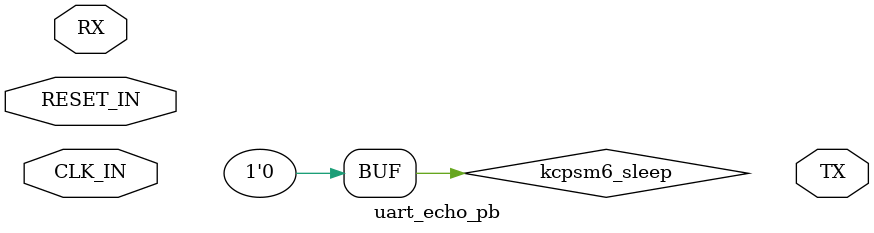
<source format=v>

module uart_echo_pb (/*AUTOARG*/
   // Outputs
   TX,
   // Inputs
   CLK_IN, RESET_IN, RX
   ) ;
   input CLK_IN;
   input RESET_IN;
   input RX;
   output TX;

   /*AUTOWIRE*/
   // Beginning of automatic wires (for undeclared instantiated-module outputs)
   wire                 CLK_OUT;                // From syscon of system_controller.v
   wire                 RESET_OUT;              // From syscon of system_controller.v
   // End of automatics
   /*AUTOREG*/
   // Beginning of automatic regs (for this module's undeclared outputs)
   reg                  TX;
   // End of automatics

   //
   // System Controller
   //
   system_controller syscon(/*AUTOINST*/
                            // Outputs
                            .CLK_OUT            (CLK_OUT),
                            .RESET_OUT          (RESET_OUT),
                            // Inputs
                            .CLK_IN             (CLK_IN),
                            .RESET_IN           (RESET_IN));
   

   //
   // Picoblaze CPU
   //
   cpu Picoblaze(
                 // Outputs
                 .port_id               (port_id[7:0]),
                 .out_port              (out_port[7:0]),
                 .write_strobe          (write_strobe),
                 .read_strobe           (read_strobe),
                 .interrupt_ack         (interrupt_ack),
                 // Inputs
                 .clk                   (CLK_OUT),
                 .in_port               (in_port[7:0]),
                 .interrupt             (interrupt),
                 .kcpsm6_sleep          (kcpsm6_sleep),
                 .cpu_reset             (RESET_OUT));

   assign in_port =  uart_data_out;
   assign interrupt = uart_irq;
   assign kcpsm6_sleep = 0;   

   
endmodule // uart_echo_pb

</source>
